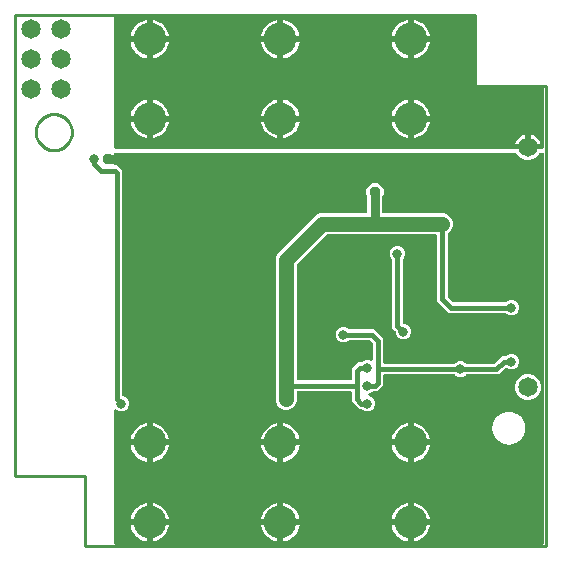
<source format=gbr>
G04 EAGLE Gerber RS-274X export*
G75*
%MOMM*%
%FSLAX34Y34*%
%LPD*%
%INBottom Copper*%
%IPPOS*%
%AMOC8*
5,1,8,0,0,1.08239X$1,22.5*%
G01*
%ADD10C,1.650000*%
%ADD11C,2.775000*%
%ADD12C,0.806400*%
%ADD13C,0.956400*%
%ADD14C,0.762000*%
%ADD15C,0.381000*%
%ADD16C,1.270000*%
%ADD17C,0.254000*%

G36*
X447158Y1286D02*
X447158Y1286D01*
X447277Y1293D01*
X447315Y1306D01*
X447356Y1311D01*
X447466Y1354D01*
X447579Y1391D01*
X447614Y1413D01*
X447651Y1428D01*
X447747Y1498D01*
X447848Y1561D01*
X447876Y1591D01*
X447909Y1614D01*
X447985Y1706D01*
X448066Y1793D01*
X448086Y1828D01*
X448111Y1859D01*
X448162Y1967D01*
X448220Y2071D01*
X448230Y2111D01*
X448247Y2147D01*
X448269Y2264D01*
X448299Y2379D01*
X448303Y2440D01*
X448307Y2460D01*
X448305Y2480D01*
X448309Y2540D01*
X448309Y331470D01*
X448294Y331588D01*
X448287Y331707D01*
X448274Y331745D01*
X448269Y331786D01*
X448226Y331896D01*
X448189Y332009D01*
X448167Y332044D01*
X448152Y332081D01*
X448083Y332177D01*
X448019Y332278D01*
X447989Y332306D01*
X447966Y332339D01*
X447874Y332415D01*
X447787Y332496D01*
X447752Y332516D01*
X447721Y332541D01*
X447613Y332592D01*
X447509Y332650D01*
X447469Y332660D01*
X447433Y332677D01*
X447316Y332699D01*
X447201Y332729D01*
X447141Y332733D01*
X447121Y332737D01*
X447100Y332735D01*
X447040Y332739D01*
X444763Y332739D01*
X444734Y332736D01*
X444705Y332738D01*
X444577Y332716D01*
X444448Y332699D01*
X444420Y332689D01*
X444391Y332683D01*
X444273Y332630D01*
X444152Y332582D01*
X444128Y332565D01*
X444101Y332553D01*
X444000Y332472D01*
X443895Y332396D01*
X443876Y332373D01*
X443853Y332354D01*
X443775Y332250D01*
X443692Y332151D01*
X443679Y332124D01*
X443662Y332100D01*
X443591Y331956D01*
X443488Y331708D01*
X440452Y328672D01*
X436486Y327029D01*
X432194Y327029D01*
X428228Y328672D01*
X425192Y331708D01*
X425089Y331956D01*
X425075Y331981D01*
X425066Y332009D01*
X424996Y332119D01*
X424932Y332232D01*
X424911Y332253D01*
X424895Y332278D01*
X424801Y332367D01*
X424710Y332460D01*
X424685Y332476D01*
X424664Y332496D01*
X424550Y332559D01*
X424439Y332627D01*
X424411Y332635D01*
X424385Y332650D01*
X424260Y332682D01*
X424135Y332720D01*
X424106Y332722D01*
X424077Y332729D01*
X423917Y332739D01*
X85090Y332739D01*
X84972Y332724D01*
X84853Y332717D01*
X84815Y332704D01*
X84774Y332699D01*
X84664Y332656D01*
X84551Y332619D01*
X84516Y332597D01*
X84479Y332582D01*
X84383Y332513D01*
X84282Y332449D01*
X84254Y332419D01*
X84221Y332396D01*
X84146Y332304D01*
X84064Y332217D01*
X84044Y332182D01*
X84019Y332151D01*
X83968Y332043D01*
X83910Y331939D01*
X83900Y331899D01*
X83883Y331863D01*
X83861Y331746D01*
X83831Y331631D01*
X83827Y331571D01*
X83823Y331551D01*
X83825Y331530D01*
X83821Y331470D01*
X83821Y323628D01*
X83836Y323510D01*
X83843Y323391D01*
X83856Y323353D01*
X83861Y323312D01*
X83904Y323202D01*
X83941Y323089D01*
X83963Y323054D01*
X83978Y323017D01*
X84048Y322921D01*
X84111Y322820D01*
X84141Y322792D01*
X84164Y322759D01*
X84256Y322683D01*
X84343Y322602D01*
X84378Y322582D01*
X84409Y322557D01*
X84517Y322506D01*
X84621Y322448D01*
X84661Y322438D01*
X84697Y322421D01*
X84814Y322399D01*
X84929Y322369D01*
X84990Y322365D01*
X85010Y322361D01*
X85030Y322363D01*
X85090Y322359D01*
X86518Y322359D01*
X90806Y318071D01*
X90806Y128349D01*
X90809Y128320D01*
X90807Y128290D01*
X90829Y128162D01*
X90846Y128033D01*
X90856Y128006D01*
X90861Y127977D01*
X90915Y127858D01*
X90963Y127738D01*
X90980Y127714D01*
X90992Y127687D01*
X91073Y127586D01*
X91149Y127480D01*
X91172Y127462D01*
X91191Y127439D01*
X91294Y127360D01*
X91394Y127278D01*
X91421Y127265D01*
X91445Y127247D01*
X91589Y127176D01*
X93893Y126222D01*
X95742Y124373D01*
X96743Y121957D01*
X96743Y119343D01*
X95742Y116927D01*
X93893Y115078D01*
X91477Y114077D01*
X88863Y114077D01*
X86447Y115078D01*
X85988Y115537D01*
X85878Y115622D01*
X85771Y115711D01*
X85752Y115720D01*
X85736Y115732D01*
X85608Y115788D01*
X85483Y115847D01*
X85463Y115850D01*
X85444Y115859D01*
X85306Y115880D01*
X85171Y115906D01*
X85150Y115905D01*
X85130Y115908D01*
X84991Y115895D01*
X84853Y115887D01*
X84834Y115880D01*
X84814Y115879D01*
X84683Y115832D01*
X84551Y115789D01*
X84533Y115778D01*
X84514Y115771D01*
X84400Y115693D01*
X84282Y115619D01*
X84268Y115604D01*
X84251Y115592D01*
X84159Y115488D01*
X84064Y115387D01*
X84054Y115369D01*
X84041Y115354D01*
X83978Y115230D01*
X83910Y115108D01*
X83905Y115089D01*
X83896Y115071D01*
X83866Y114935D01*
X83831Y114800D01*
X83829Y114772D01*
X83827Y114760D01*
X83827Y114740D01*
X83821Y114640D01*
X83821Y2540D01*
X83836Y2422D01*
X83843Y2303D01*
X83856Y2265D01*
X83861Y2224D01*
X83904Y2114D01*
X83941Y2001D01*
X83963Y1966D01*
X83978Y1929D01*
X84048Y1833D01*
X84111Y1732D01*
X84141Y1704D01*
X84164Y1671D01*
X84256Y1596D01*
X84343Y1514D01*
X84378Y1494D01*
X84409Y1469D01*
X84517Y1418D01*
X84621Y1360D01*
X84661Y1350D01*
X84697Y1333D01*
X84814Y1311D01*
X84929Y1281D01*
X84990Y1277D01*
X85010Y1273D01*
X85030Y1275D01*
X85090Y1271D01*
X447040Y1271D01*
X447158Y1286D01*
G37*
G36*
X433188Y336566D02*
X433188Y336566D01*
X433307Y336573D01*
X433345Y336586D01*
X433385Y336591D01*
X433496Y336634D01*
X433609Y336671D01*
X433643Y336693D01*
X433681Y336708D01*
X433777Y336778D01*
X433878Y336841D01*
X433906Y336871D01*
X433938Y336894D01*
X434014Y336986D01*
X434096Y337073D01*
X434115Y337108D01*
X434141Y337139D01*
X434192Y337247D01*
X434249Y337351D01*
X434260Y337391D01*
X434277Y337427D01*
X434299Y337544D01*
X434329Y337659D01*
X434333Y337720D01*
X434337Y337740D01*
X434335Y337760D01*
X434339Y337820D01*
X434339Y337821D01*
X434341Y337821D01*
X434341Y337820D01*
X434356Y337702D01*
X434363Y337583D01*
X434376Y337545D01*
X434381Y337504D01*
X434425Y337394D01*
X434461Y337281D01*
X434483Y337246D01*
X434498Y337209D01*
X434568Y337113D01*
X434631Y337012D01*
X434661Y336984D01*
X434685Y336951D01*
X434776Y336876D01*
X434863Y336794D01*
X434898Y336774D01*
X434930Y336749D01*
X435037Y336698D01*
X435142Y336640D01*
X435181Y336630D01*
X435217Y336613D01*
X435334Y336591D01*
X435449Y336561D01*
X435510Y336557D01*
X435530Y336553D01*
X435550Y336555D01*
X435610Y336551D01*
X447040Y336551D01*
X447158Y336566D01*
X447277Y336573D01*
X447315Y336586D01*
X447356Y336591D01*
X447466Y336634D01*
X447579Y336671D01*
X447614Y336693D01*
X447651Y336708D01*
X447747Y336778D01*
X447848Y336841D01*
X447876Y336871D01*
X447909Y336894D01*
X447985Y336986D01*
X448066Y337073D01*
X448086Y337108D01*
X448111Y337139D01*
X448162Y337247D01*
X448220Y337351D01*
X448230Y337391D01*
X448247Y337427D01*
X448269Y337544D01*
X448299Y337659D01*
X448303Y337720D01*
X448307Y337740D01*
X448305Y337760D01*
X448309Y337820D01*
X448309Y387350D01*
X448294Y387468D01*
X448287Y387587D01*
X448274Y387625D01*
X448269Y387666D01*
X448226Y387776D01*
X448189Y387889D01*
X448167Y387924D01*
X448152Y387961D01*
X448083Y388057D01*
X448019Y388158D01*
X447989Y388186D01*
X447966Y388219D01*
X447874Y388295D01*
X447787Y388376D01*
X447752Y388396D01*
X447721Y388421D01*
X447613Y388472D01*
X447509Y388530D01*
X447469Y388540D01*
X447433Y388557D01*
X447316Y388579D01*
X447201Y388609D01*
X447141Y388613D01*
X447121Y388617D01*
X447100Y388615D01*
X447040Y388619D01*
X388619Y388619D01*
X388619Y447040D01*
X388604Y447158D01*
X388597Y447277D01*
X388584Y447315D01*
X388579Y447356D01*
X388536Y447466D01*
X388499Y447579D01*
X388477Y447614D01*
X388462Y447651D01*
X388393Y447747D01*
X388329Y447848D01*
X388299Y447876D01*
X388276Y447909D01*
X388184Y447985D01*
X388097Y448066D01*
X388062Y448086D01*
X388031Y448111D01*
X387923Y448162D01*
X387819Y448220D01*
X387779Y448230D01*
X387743Y448247D01*
X387626Y448269D01*
X387511Y448299D01*
X387451Y448303D01*
X387431Y448307D01*
X387410Y448305D01*
X387350Y448309D01*
X85090Y448309D01*
X84972Y448294D01*
X84853Y448287D01*
X84815Y448274D01*
X84774Y448269D01*
X84664Y448226D01*
X84551Y448189D01*
X84516Y448167D01*
X84479Y448152D01*
X84383Y448083D01*
X84282Y448019D01*
X84254Y447989D01*
X84221Y447966D01*
X84146Y447874D01*
X84064Y447787D01*
X84044Y447752D01*
X84019Y447721D01*
X83968Y447613D01*
X83910Y447509D01*
X83900Y447469D01*
X83883Y447433D01*
X83861Y447316D01*
X83831Y447201D01*
X83827Y447141D01*
X83823Y447121D01*
X83825Y447100D01*
X83821Y447040D01*
X83821Y337820D01*
X83836Y337702D01*
X83843Y337583D01*
X83856Y337545D01*
X83861Y337504D01*
X83904Y337394D01*
X83941Y337281D01*
X83963Y337246D01*
X83978Y337209D01*
X84048Y337113D01*
X84111Y337012D01*
X84141Y336984D01*
X84164Y336951D01*
X84256Y336876D01*
X84343Y336794D01*
X84378Y336774D01*
X84409Y336749D01*
X84517Y336698D01*
X84621Y336640D01*
X84661Y336630D01*
X84697Y336613D01*
X84814Y336591D01*
X84929Y336561D01*
X84990Y336557D01*
X85010Y336553D01*
X85030Y336555D01*
X85090Y336551D01*
X433070Y336551D01*
X433188Y336566D01*
G37*
%LPC*%
G36*
X297143Y114077D02*
X297143Y114077D01*
X294727Y115078D01*
X293972Y115833D01*
X293894Y115893D01*
X293822Y115961D01*
X293769Y115990D01*
X293721Y116027D01*
X293630Y116067D01*
X293543Y116115D01*
X293485Y116130D01*
X293429Y116154D01*
X293331Y116169D01*
X293235Y116194D01*
X293135Y116200D01*
X293115Y116204D01*
X293103Y116202D01*
X293075Y116204D01*
X291529Y116204D01*
X285114Y122619D01*
X285114Y130175D01*
X285099Y130293D01*
X285092Y130412D01*
X285079Y130450D01*
X285074Y130491D01*
X285031Y130601D01*
X284994Y130714D01*
X284972Y130749D01*
X284957Y130786D01*
X284888Y130882D01*
X284824Y130983D01*
X284794Y131011D01*
X284771Y131044D01*
X284679Y131120D01*
X284592Y131201D01*
X284557Y131221D01*
X284526Y131246D01*
X284418Y131297D01*
X284314Y131355D01*
X284274Y131365D01*
X284238Y131382D01*
X284121Y131404D01*
X284006Y131434D01*
X283946Y131438D01*
X283926Y131442D01*
X283905Y131440D01*
X283845Y131444D01*
X240030Y131444D01*
X239912Y131429D01*
X239793Y131422D01*
X239755Y131409D01*
X239714Y131404D01*
X239604Y131361D01*
X239491Y131324D01*
X239456Y131302D01*
X239419Y131287D01*
X239323Y131218D01*
X239222Y131154D01*
X239194Y131124D01*
X239161Y131101D01*
X239085Y131009D01*
X239004Y130922D01*
X238984Y130887D01*
X238959Y130856D01*
X238908Y130748D01*
X238850Y130644D01*
X238840Y130604D01*
X238823Y130568D01*
X238801Y130451D01*
X238771Y130336D01*
X238767Y130276D01*
X238763Y130256D01*
X238765Y130235D01*
X238761Y130175D01*
X238761Y122691D01*
X237407Y119424D01*
X234906Y116923D01*
X231639Y115569D01*
X228101Y115569D01*
X224834Y116923D01*
X222333Y119424D01*
X220979Y122691D01*
X220979Y244339D01*
X222333Y247606D01*
X255016Y280289D01*
X258283Y281643D01*
X297180Y281643D01*
X297298Y281658D01*
X297417Y281665D01*
X297455Y281678D01*
X297496Y281683D01*
X297606Y281726D01*
X297719Y281763D01*
X297754Y281785D01*
X297791Y281800D01*
X297887Y281869D01*
X297988Y281933D01*
X298016Y281963D01*
X298049Y281986D01*
X298125Y282078D01*
X298206Y282165D01*
X298226Y282200D01*
X298251Y282231D01*
X298302Y282339D01*
X298360Y282443D01*
X298370Y282483D01*
X298387Y282519D01*
X298409Y282636D01*
X298439Y282751D01*
X298443Y282811D01*
X298447Y282831D01*
X298445Y282852D01*
X298449Y282912D01*
X298449Y295664D01*
X298448Y295674D01*
X298449Y295683D01*
X298428Y295832D01*
X298409Y295980D01*
X298406Y295989D01*
X298405Y295998D01*
X298353Y296150D01*
X297477Y298263D01*
X297477Y301177D01*
X298592Y303868D01*
X300652Y305928D01*
X303343Y307043D01*
X306257Y307043D01*
X308948Y305928D01*
X311008Y303868D01*
X312123Y301177D01*
X312123Y298263D01*
X311247Y296150D01*
X311245Y296141D01*
X311240Y296133D01*
X311203Y295988D01*
X311163Y295843D01*
X311163Y295834D01*
X311161Y295825D01*
X311151Y295664D01*
X311151Y282912D01*
X311166Y282794D01*
X311173Y282675D01*
X311186Y282637D01*
X311191Y282596D01*
X311234Y282486D01*
X311271Y282373D01*
X311293Y282338D01*
X311308Y282301D01*
X311377Y282205D01*
X311441Y282104D01*
X311471Y282076D01*
X311494Y282043D01*
X311586Y281967D01*
X311673Y281886D01*
X311708Y281866D01*
X311739Y281841D01*
X311847Y281790D01*
X311951Y281732D01*
X311991Y281722D01*
X312027Y281705D01*
X312144Y281683D01*
X312259Y281653D01*
X312319Y281649D01*
X312339Y281645D01*
X312360Y281647D01*
X312420Y281643D01*
X359210Y281643D01*
X359219Y281644D01*
X359228Y281643D01*
X359377Y281664D01*
X359525Y281683D01*
X359534Y281686D01*
X359543Y281687D01*
X359695Y281739D01*
X360181Y281941D01*
X363719Y281941D01*
X366986Y280587D01*
X369487Y278086D01*
X370841Y274819D01*
X370841Y271281D01*
X369487Y268014D01*
X366767Y265294D01*
X366707Y265216D01*
X366639Y265144D01*
X366610Y265091D01*
X366573Y265043D01*
X366533Y264952D01*
X366485Y264865D01*
X366470Y264807D01*
X366446Y264751D01*
X366431Y264653D01*
X366406Y264557D01*
X366400Y264457D01*
X366396Y264437D01*
X366398Y264425D01*
X366396Y264397D01*
X366396Y211917D01*
X366408Y211819D01*
X366411Y211720D01*
X366428Y211662D01*
X366436Y211602D01*
X366472Y211510D01*
X366500Y211415D01*
X366530Y211362D01*
X366553Y211306D01*
X366611Y211226D01*
X366661Y211141D01*
X366727Y211065D01*
X366739Y211049D01*
X366749Y211041D01*
X366767Y211020D01*
X371040Y206747D01*
X371118Y206687D01*
X371190Y206619D01*
X371243Y206590D01*
X371291Y206553D01*
X371382Y206513D01*
X371469Y206465D01*
X371527Y206450D01*
X371583Y206426D01*
X371681Y206411D01*
X371777Y206386D01*
X371877Y206380D01*
X371897Y206376D01*
X371909Y206378D01*
X371937Y206376D01*
X414995Y206376D01*
X415093Y206388D01*
X415192Y206391D01*
X415250Y206408D01*
X415310Y206416D01*
X415402Y206452D01*
X415497Y206480D01*
X415550Y206510D01*
X415606Y206533D01*
X415686Y206591D01*
X415771Y206641D01*
X415847Y206707D01*
X415863Y206719D01*
X415871Y206729D01*
X415892Y206747D01*
X416647Y207502D01*
X419063Y208503D01*
X421677Y208503D01*
X424093Y207502D01*
X425942Y205653D01*
X426943Y203237D01*
X426943Y200623D01*
X425942Y198207D01*
X424093Y196358D01*
X421677Y195357D01*
X419063Y195357D01*
X416647Y196358D01*
X415892Y197113D01*
X415814Y197173D01*
X415742Y197241D01*
X415689Y197270D01*
X415641Y197307D01*
X415550Y197347D01*
X415463Y197395D01*
X415405Y197410D01*
X415349Y197434D01*
X415251Y197449D01*
X415155Y197474D01*
X415055Y197480D01*
X415035Y197484D01*
X415023Y197482D01*
X414995Y197484D01*
X367729Y197484D01*
X357504Y207709D01*
X357504Y262592D01*
X357489Y262710D01*
X357482Y262829D01*
X357469Y262867D01*
X357464Y262908D01*
X357421Y263018D01*
X357384Y263131D01*
X357362Y263166D01*
X357347Y263203D01*
X357278Y263299D01*
X357214Y263400D01*
X357184Y263428D01*
X357161Y263461D01*
X357069Y263537D01*
X356982Y263618D01*
X356947Y263638D01*
X356916Y263663D01*
X356808Y263714D01*
X356704Y263772D01*
X356664Y263782D01*
X356628Y263799D01*
X356511Y263821D01*
X356396Y263851D01*
X356336Y263855D01*
X356316Y263859D01*
X356295Y263857D01*
X356235Y263861D01*
X264260Y263861D01*
X264162Y263849D01*
X264063Y263846D01*
X264005Y263829D01*
X263945Y263821D01*
X263853Y263785D01*
X263758Y263757D01*
X263706Y263727D01*
X263649Y263704D01*
X263569Y263646D01*
X263484Y263596D01*
X263408Y263530D01*
X263392Y263518D01*
X263384Y263508D01*
X263363Y263490D01*
X239132Y239259D01*
X239072Y239181D01*
X239004Y239109D01*
X238975Y239056D01*
X238938Y239008D01*
X238898Y238917D01*
X238850Y238830D01*
X238835Y238772D01*
X238811Y238716D01*
X238796Y238618D01*
X238771Y238522D01*
X238765Y238422D01*
X238761Y238402D01*
X238763Y238390D01*
X238761Y238362D01*
X238761Y141605D01*
X238776Y141487D01*
X238783Y141368D01*
X238796Y141330D01*
X238801Y141289D01*
X238844Y141179D01*
X238881Y141066D01*
X238903Y141031D01*
X238918Y140994D01*
X238987Y140898D01*
X239051Y140797D01*
X239081Y140769D01*
X239104Y140736D01*
X239196Y140660D01*
X239283Y140579D01*
X239318Y140559D01*
X239349Y140534D01*
X239457Y140483D01*
X239561Y140425D01*
X239601Y140415D01*
X239637Y140398D01*
X239754Y140376D01*
X239869Y140346D01*
X239929Y140342D01*
X239949Y140338D01*
X239970Y140340D01*
X240030Y140336D01*
X283845Y140336D01*
X283963Y140351D01*
X284082Y140358D01*
X284120Y140371D01*
X284161Y140376D01*
X284271Y140419D01*
X284384Y140456D01*
X284419Y140478D01*
X284456Y140493D01*
X284552Y140562D01*
X284653Y140626D01*
X284681Y140656D01*
X284714Y140679D01*
X284790Y140771D01*
X284871Y140858D01*
X284891Y140893D01*
X284916Y140924D01*
X284967Y141032D01*
X285025Y141136D01*
X285035Y141176D01*
X285052Y141212D01*
X285074Y141329D01*
X285104Y141444D01*
X285108Y141504D01*
X285112Y141524D01*
X285110Y141545D01*
X285114Y141605D01*
X285114Y150431D01*
X290259Y155576D01*
X293075Y155576D01*
X293173Y155588D01*
X293272Y155591D01*
X293330Y155608D01*
X293390Y155616D01*
X293482Y155652D01*
X293577Y155680D01*
X293630Y155710D01*
X293686Y155733D01*
X293766Y155791D01*
X293851Y155841D01*
X293927Y155907D01*
X293943Y155919D01*
X293951Y155929D01*
X293972Y155947D01*
X294727Y156702D01*
X297143Y157703D01*
X299757Y157703D01*
X301139Y157130D01*
X301187Y157117D01*
X301232Y157096D01*
X301340Y157075D01*
X301446Y157046D01*
X301496Y157046D01*
X301545Y157036D01*
X301654Y157043D01*
X301764Y157041D01*
X301812Y157053D01*
X301862Y157056D01*
X301966Y157090D01*
X302073Y157115D01*
X302117Y157139D01*
X302164Y157154D01*
X302257Y157213D01*
X302354Y157264D01*
X302391Y157298D01*
X302433Y157324D01*
X302508Y157404D01*
X302590Y157478D01*
X302617Y157520D01*
X302651Y157556D01*
X302704Y157652D01*
X302764Y157744D01*
X302781Y157791D01*
X302805Y157834D01*
X302832Y157941D01*
X302868Y158045D01*
X302872Y158094D01*
X302884Y158142D01*
X302894Y158303D01*
X302894Y171623D01*
X302882Y171721D01*
X302879Y171820D01*
X302862Y171878D01*
X302854Y171938D01*
X302818Y172030D01*
X302790Y172125D01*
X302760Y172178D01*
X302737Y172234D01*
X302679Y172314D01*
X302629Y172399D01*
X302563Y172475D01*
X302551Y172491D01*
X302541Y172499D01*
X302523Y172520D01*
X300790Y174253D01*
X300712Y174313D01*
X300640Y174381D01*
X300587Y174410D01*
X300539Y174447D01*
X300448Y174487D01*
X300361Y174535D01*
X300303Y174550D01*
X300247Y174574D01*
X300149Y174589D01*
X300053Y174614D01*
X299953Y174620D01*
X299933Y174624D01*
X299921Y174622D01*
X299893Y174624D01*
X283505Y174624D01*
X283407Y174612D01*
X283308Y174609D01*
X283250Y174592D01*
X283190Y174584D01*
X283098Y174548D01*
X283003Y174520D01*
X282950Y174490D01*
X282894Y174467D01*
X282814Y174409D01*
X282729Y174359D01*
X282653Y174293D01*
X282637Y174281D01*
X282629Y174271D01*
X282608Y174253D01*
X281853Y173498D01*
X279437Y172497D01*
X276823Y172497D01*
X274407Y173498D01*
X272558Y175347D01*
X271557Y177763D01*
X271557Y180377D01*
X272558Y182793D01*
X274407Y184642D01*
X276823Y185643D01*
X279437Y185643D01*
X281853Y184642D01*
X282608Y183887D01*
X282686Y183827D01*
X282758Y183759D01*
X282811Y183730D01*
X282859Y183693D01*
X282950Y183653D01*
X283037Y183605D01*
X283095Y183590D01*
X283151Y183566D01*
X283249Y183551D01*
X283345Y183526D01*
X283445Y183520D01*
X283465Y183516D01*
X283477Y183518D01*
X283505Y183516D01*
X304101Y183516D01*
X311786Y175831D01*
X311786Y155575D01*
X311801Y155457D01*
X311808Y155338D01*
X311821Y155300D01*
X311826Y155259D01*
X311869Y155149D01*
X311906Y155036D01*
X311928Y155001D01*
X311943Y154964D01*
X312012Y154868D01*
X312076Y154767D01*
X312106Y154739D01*
X312129Y154706D01*
X312221Y154630D01*
X312308Y154549D01*
X312343Y154529D01*
X312374Y154504D01*
X312482Y154453D01*
X312586Y154395D01*
X312626Y154385D01*
X312662Y154368D01*
X312779Y154346D01*
X312894Y154316D01*
X312954Y154312D01*
X312974Y154308D01*
X312995Y154310D01*
X313055Y154306D01*
X371815Y154306D01*
X371913Y154318D01*
X372012Y154321D01*
X372070Y154338D01*
X372130Y154346D01*
X372222Y154382D01*
X372318Y154410D01*
X372370Y154440D01*
X372426Y154463D01*
X372506Y154521D01*
X372591Y154571D01*
X372667Y154637D01*
X372683Y154649D01*
X372691Y154659D01*
X372712Y154678D01*
X373467Y155432D01*
X375883Y156433D01*
X378497Y156433D01*
X380913Y155432D01*
X381668Y154678D01*
X381746Y154617D01*
X381818Y154549D01*
X381871Y154520D01*
X381919Y154483D01*
X382010Y154443D01*
X382097Y154395D01*
X382155Y154380D01*
X382211Y154356D01*
X382309Y154341D01*
X382405Y154316D01*
X382505Y154310D01*
X382525Y154306D01*
X382537Y154308D01*
X382565Y154306D01*
X405303Y154306D01*
X405401Y154318D01*
X405500Y154321D01*
X405558Y154338D01*
X405618Y154346D01*
X405710Y154382D01*
X405805Y154410D01*
X405858Y154440D01*
X405914Y154463D01*
X405994Y154521D01*
X406079Y154571D01*
X406155Y154637D01*
X406171Y154649D01*
X406179Y154659D01*
X406200Y154677D01*
X412179Y160656D01*
X414995Y160656D01*
X415093Y160668D01*
X415192Y160671D01*
X415250Y160688D01*
X415310Y160696D01*
X415402Y160732D01*
X415497Y160760D01*
X415550Y160790D01*
X415606Y160813D01*
X415686Y160871D01*
X415771Y160921D01*
X415847Y160987D01*
X415863Y160999D01*
X415871Y161009D01*
X415892Y161027D01*
X416647Y161782D01*
X419063Y162783D01*
X421677Y162783D01*
X424093Y161782D01*
X425942Y159933D01*
X426943Y157517D01*
X426943Y154903D01*
X425942Y152487D01*
X424093Y150638D01*
X421677Y149637D01*
X419063Y149637D01*
X416647Y150638D01*
X416589Y150696D01*
X416501Y150764D01*
X416464Y150799D01*
X416455Y150804D01*
X416405Y150848D01*
X416369Y150866D01*
X416337Y150891D01*
X416228Y150938D01*
X416122Y150993D01*
X416083Y151001D01*
X416045Y151018D01*
X415928Y151036D01*
X415812Y151062D01*
X415771Y151061D01*
X415731Y151067D01*
X415613Y151056D01*
X415494Y151053D01*
X415455Y151041D01*
X415415Y151038D01*
X415303Y150997D01*
X415188Y150964D01*
X415154Y150944D01*
X415115Y150930D01*
X415017Y150863D01*
X414914Y150803D01*
X414869Y150763D01*
X414852Y150751D01*
X414839Y150736D01*
X414793Y150696D01*
X409511Y145414D01*
X382565Y145414D01*
X382467Y145402D01*
X382368Y145399D01*
X382310Y145382D01*
X382250Y145374D01*
X382158Y145338D01*
X382062Y145310D01*
X382010Y145280D01*
X381954Y145257D01*
X381874Y145199D01*
X381789Y145149D01*
X381713Y145083D01*
X381697Y145071D01*
X381689Y145061D01*
X381668Y145042D01*
X380913Y144288D01*
X378497Y143287D01*
X375883Y143287D01*
X373467Y144288D01*
X372712Y145042D01*
X372634Y145103D01*
X372562Y145171D01*
X372509Y145200D01*
X372461Y145237D01*
X372370Y145277D01*
X372283Y145325D01*
X372225Y145340D01*
X372169Y145364D01*
X372071Y145379D01*
X371975Y145404D01*
X371875Y145410D01*
X371855Y145414D01*
X371843Y145412D01*
X371815Y145414D01*
X313055Y145414D01*
X312937Y145399D01*
X312818Y145392D01*
X312780Y145379D01*
X312739Y145374D01*
X312629Y145331D01*
X312516Y145294D01*
X312481Y145272D01*
X312444Y145257D01*
X312348Y145188D01*
X312247Y145124D01*
X312219Y145094D01*
X312186Y145071D01*
X312110Y144979D01*
X312029Y144892D01*
X312009Y144857D01*
X311984Y144826D01*
X311933Y144718D01*
X311875Y144614D01*
X311865Y144574D01*
X311848Y144538D01*
X311826Y144421D01*
X311796Y144306D01*
X311792Y144246D01*
X311788Y144226D01*
X311790Y144205D01*
X311786Y144145D01*
X311786Y136589D01*
X306641Y131444D01*
X303825Y131444D01*
X303727Y131432D01*
X303628Y131429D01*
X303570Y131412D01*
X303510Y131404D01*
X303418Y131368D01*
X303323Y131340D01*
X303270Y131310D01*
X303214Y131287D01*
X303134Y131229D01*
X303049Y131179D01*
X302973Y131113D01*
X302957Y131101D01*
X302949Y131091D01*
X302928Y131073D01*
X302173Y130318D01*
X300060Y129443D01*
X299940Y129374D01*
X299816Y129309D01*
X299801Y129295D01*
X299784Y129285D01*
X299684Y129188D01*
X299581Y129095D01*
X299570Y129078D01*
X299555Y129064D01*
X299483Y128946D01*
X299406Y128829D01*
X299400Y128810D01*
X299389Y128793D01*
X299348Y128660D01*
X299303Y128528D01*
X299301Y128508D01*
X299296Y128489D01*
X299289Y128350D01*
X299278Y128211D01*
X299281Y128191D01*
X299280Y128171D01*
X299308Y128035D01*
X299332Y127898D01*
X299341Y127879D01*
X299345Y127860D01*
X299406Y127735D01*
X299463Y127608D01*
X299475Y127592D01*
X299484Y127574D01*
X299575Y127468D01*
X299661Y127360D01*
X299678Y127347D01*
X299691Y127332D01*
X299805Y127252D01*
X299916Y127168D01*
X299941Y127156D01*
X299951Y127149D01*
X299970Y127142D01*
X300060Y127097D01*
X302173Y126222D01*
X304022Y124373D01*
X305023Y121957D01*
X305023Y119343D01*
X304022Y116927D01*
X302173Y115078D01*
X299757Y114077D01*
X297143Y114077D01*
G37*
%LPD*%
%LPC*%
G36*
X327623Y175037D02*
X327623Y175037D01*
X325207Y176038D01*
X323358Y177887D01*
X322357Y180303D01*
X322357Y181370D01*
X322345Y181468D01*
X322342Y181567D01*
X322325Y181625D01*
X322317Y181685D01*
X322281Y181777D01*
X322253Y181872D01*
X322223Y181925D01*
X322200Y181981D01*
X322142Y182061D01*
X322092Y182146D01*
X322026Y182222D01*
X322014Y182238D01*
X322004Y182246D01*
X321986Y182267D01*
X319404Y184849D01*
X319404Y242275D01*
X319392Y242373D01*
X319389Y242472D01*
X319372Y242530D01*
X319364Y242590D01*
X319328Y242682D01*
X319300Y242778D01*
X319270Y242830D01*
X319247Y242886D01*
X319189Y242966D01*
X319139Y243051D01*
X319073Y243127D01*
X319061Y243143D01*
X319051Y243151D01*
X319032Y243172D01*
X318278Y243927D01*
X317277Y246343D01*
X317277Y248957D01*
X318278Y251373D01*
X320127Y253222D01*
X322543Y254223D01*
X325157Y254223D01*
X327573Y253222D01*
X329422Y251373D01*
X330423Y248957D01*
X330423Y246343D01*
X329422Y243927D01*
X328668Y243172D01*
X328607Y243094D01*
X328539Y243022D01*
X328510Y242969D01*
X328473Y242921D01*
X328433Y242830D01*
X328385Y242743D01*
X328370Y242685D01*
X328346Y242629D01*
X328331Y242531D01*
X328306Y242435D01*
X328300Y242335D01*
X328296Y242315D01*
X328298Y242303D01*
X328296Y242275D01*
X328296Y189452D01*
X328311Y189334D01*
X328318Y189215D01*
X328331Y189177D01*
X328336Y189136D01*
X328379Y189026D01*
X328416Y188913D01*
X328438Y188878D01*
X328453Y188841D01*
X328522Y188745D01*
X328586Y188644D01*
X328616Y188616D01*
X328639Y188583D01*
X328731Y188507D01*
X328818Y188426D01*
X328853Y188406D01*
X328884Y188381D01*
X328992Y188330D01*
X329096Y188272D01*
X329136Y188262D01*
X329172Y188245D01*
X329289Y188223D01*
X329404Y188193D01*
X329464Y188189D01*
X329484Y188185D01*
X329505Y188187D01*
X329565Y188183D01*
X330237Y188183D01*
X332653Y187182D01*
X334502Y185333D01*
X335503Y182917D01*
X335503Y180303D01*
X334502Y177887D01*
X332653Y176038D01*
X330237Y175037D01*
X327623Y175037D01*
G37*
%LPD*%
%LPC*%
G36*
X414798Y85089D02*
X414798Y85089D01*
X409197Y87410D01*
X404910Y91697D01*
X402589Y97298D01*
X402589Y103362D01*
X404910Y108963D01*
X409197Y113250D01*
X414798Y115571D01*
X420862Y115571D01*
X426463Y113250D01*
X430750Y108963D01*
X433071Y103362D01*
X433071Y97298D01*
X430750Y91697D01*
X426463Y87410D01*
X420862Y85089D01*
X414798Y85089D01*
G37*
%LPD*%
%LPC*%
G36*
X432194Y123829D02*
X432194Y123829D01*
X428228Y125472D01*
X425192Y128508D01*
X423549Y132474D01*
X423549Y136766D01*
X425192Y140732D01*
X428228Y143768D01*
X432194Y145411D01*
X436486Y145411D01*
X440452Y143768D01*
X443488Y140732D01*
X445131Y136766D01*
X445131Y132474D01*
X443488Y128508D01*
X440452Y125472D01*
X436486Y123829D01*
X432194Y123829D01*
G37*
%LPD*%
%LPC*%
G36*
X337819Y364329D02*
X337819Y364329D01*
X337819Y378013D01*
X338490Y377925D01*
X340568Y377368D01*
X342556Y376544D01*
X344420Y375469D01*
X346127Y374159D01*
X347649Y372637D01*
X348959Y370930D01*
X350034Y369066D01*
X350858Y367078D01*
X351415Y365000D01*
X351503Y364329D01*
X337819Y364329D01*
G37*
%LPD*%
%LPC*%
G36*
X227329Y431829D02*
X227329Y431829D01*
X227329Y445513D01*
X228000Y445425D01*
X230078Y444868D01*
X232066Y444044D01*
X233930Y442969D01*
X235637Y441659D01*
X237159Y440137D01*
X238469Y438430D01*
X239544Y436566D01*
X240368Y434578D01*
X240925Y432500D01*
X241013Y431829D01*
X227329Y431829D01*
G37*
%LPD*%
%LPC*%
G36*
X116839Y431829D02*
X116839Y431829D01*
X116839Y445513D01*
X117510Y445425D01*
X119588Y444868D01*
X121576Y444044D01*
X123440Y442969D01*
X125147Y441659D01*
X126669Y440137D01*
X127979Y438430D01*
X129054Y436566D01*
X129878Y434578D01*
X130435Y432500D01*
X130523Y431829D01*
X116839Y431829D01*
G37*
%LPD*%
%LPC*%
G36*
X337819Y431829D02*
X337819Y431829D01*
X337819Y445513D01*
X338490Y445425D01*
X340568Y444868D01*
X342556Y444044D01*
X344420Y442969D01*
X346127Y441659D01*
X347649Y440137D01*
X348959Y438430D01*
X350034Y436566D01*
X350858Y434578D01*
X351415Y432500D01*
X351503Y431829D01*
X337819Y431829D01*
G37*
%LPD*%
%LPC*%
G36*
X116839Y364329D02*
X116839Y364329D01*
X116839Y378013D01*
X117510Y377925D01*
X119588Y377368D01*
X121576Y376544D01*
X123440Y375469D01*
X125147Y374159D01*
X126669Y372637D01*
X127979Y370930D01*
X129054Y369066D01*
X129878Y367078D01*
X130435Y365000D01*
X130523Y364329D01*
X116839Y364329D01*
G37*
%LPD*%
%LPC*%
G36*
X227329Y364329D02*
X227329Y364329D01*
X227329Y378013D01*
X228000Y377925D01*
X230078Y377368D01*
X232066Y376544D01*
X233930Y375469D01*
X235637Y374159D01*
X237159Y372637D01*
X238469Y370930D01*
X239544Y369066D01*
X240368Y367078D01*
X240925Y365000D01*
X241013Y364329D01*
X227329Y364329D01*
G37*
%LPD*%
%LPC*%
G36*
X227329Y22829D02*
X227329Y22829D01*
X227329Y36513D01*
X228000Y36425D01*
X230078Y35868D01*
X232066Y35044D01*
X233930Y33969D01*
X235637Y32659D01*
X237159Y31137D01*
X238469Y29430D01*
X239544Y27566D01*
X240368Y25578D01*
X240925Y23500D01*
X241013Y22829D01*
X227329Y22829D01*
G37*
%LPD*%
%LPC*%
G36*
X227329Y90329D02*
X227329Y90329D01*
X227329Y104013D01*
X228000Y103925D01*
X230078Y103368D01*
X232066Y102544D01*
X233930Y101469D01*
X235637Y100159D01*
X237159Y98637D01*
X238469Y96930D01*
X239544Y95066D01*
X240368Y93078D01*
X240925Y91000D01*
X241013Y90329D01*
X227329Y90329D01*
G37*
%LPD*%
%LPC*%
G36*
X116839Y90329D02*
X116839Y90329D01*
X116839Y104013D01*
X117510Y103925D01*
X119588Y103368D01*
X121576Y102544D01*
X123440Y101469D01*
X125147Y100159D01*
X126669Y98637D01*
X127979Y96930D01*
X129054Y95066D01*
X129878Y93078D01*
X130435Y91000D01*
X130523Y90329D01*
X116839Y90329D01*
G37*
%LPD*%
%LPC*%
G36*
X337819Y22829D02*
X337819Y22829D01*
X337819Y36513D01*
X338490Y36425D01*
X340568Y35868D01*
X342556Y35044D01*
X344420Y33969D01*
X346127Y32659D01*
X347649Y31137D01*
X348959Y29430D01*
X350034Y27566D01*
X350858Y25578D01*
X351415Y23500D01*
X351503Y22829D01*
X337819Y22829D01*
G37*
%LPD*%
%LPC*%
G36*
X116839Y22829D02*
X116839Y22829D01*
X116839Y36513D01*
X117510Y36425D01*
X119588Y35868D01*
X121576Y35044D01*
X123440Y33969D01*
X125147Y32659D01*
X126669Y31137D01*
X127979Y29430D01*
X129054Y27566D01*
X129878Y25578D01*
X130435Y23500D01*
X130523Y22829D01*
X116839Y22829D01*
G37*
%LPD*%
%LPC*%
G36*
X337819Y90329D02*
X337819Y90329D01*
X337819Y104013D01*
X338490Y103925D01*
X340568Y103368D01*
X342556Y102544D01*
X344420Y101469D01*
X346127Y100159D01*
X347649Y98637D01*
X348959Y96930D01*
X350034Y95066D01*
X350858Y93078D01*
X351415Y91000D01*
X351503Y90329D01*
X337819Y90329D01*
G37*
%LPD*%
%LPC*%
G36*
X208567Y431829D02*
X208567Y431829D01*
X208655Y432499D01*
X209212Y434578D01*
X210036Y436566D01*
X211111Y438430D01*
X212421Y440137D01*
X213943Y441659D01*
X215650Y442969D01*
X217514Y444044D01*
X219502Y444868D01*
X221580Y445425D01*
X222251Y445513D01*
X222251Y431829D01*
X208567Y431829D01*
G37*
%LPD*%
%LPC*%
G36*
X319057Y431829D02*
X319057Y431829D01*
X319145Y432499D01*
X319702Y434578D01*
X320526Y436566D01*
X321601Y438430D01*
X322911Y440137D01*
X324433Y441659D01*
X326140Y442969D01*
X328004Y444044D01*
X329992Y444868D01*
X332070Y445425D01*
X332741Y445513D01*
X332741Y431829D01*
X319057Y431829D01*
G37*
%LPD*%
%LPC*%
G36*
X98077Y431829D02*
X98077Y431829D01*
X98165Y432499D01*
X98722Y434578D01*
X99546Y436566D01*
X100621Y438430D01*
X101931Y440137D01*
X103453Y441659D01*
X105160Y442969D01*
X107024Y444044D01*
X109012Y444868D01*
X111090Y445425D01*
X111761Y445513D01*
X111761Y431829D01*
X98077Y431829D01*
G37*
%LPD*%
%LPC*%
G36*
X319057Y22829D02*
X319057Y22829D01*
X319145Y23499D01*
X319702Y25578D01*
X320526Y27566D01*
X321601Y29430D01*
X322911Y31137D01*
X324433Y32659D01*
X326140Y33969D01*
X328004Y35044D01*
X329992Y35868D01*
X332070Y36425D01*
X332741Y36513D01*
X332741Y22829D01*
X319057Y22829D01*
G37*
%LPD*%
%LPC*%
G36*
X337819Y17751D02*
X337819Y17751D01*
X351503Y17751D01*
X351415Y17080D01*
X350858Y15002D01*
X350034Y13014D01*
X348959Y11150D01*
X347649Y9443D01*
X346127Y7921D01*
X344420Y6611D01*
X342556Y5536D01*
X340568Y4712D01*
X338489Y4155D01*
X337819Y4067D01*
X337819Y17751D01*
G37*
%LPD*%
%LPC*%
G36*
X227329Y17751D02*
X227329Y17751D01*
X241013Y17751D01*
X240925Y17080D01*
X240368Y15002D01*
X239544Y13014D01*
X238469Y11150D01*
X237159Y9443D01*
X235637Y7921D01*
X233930Y6611D01*
X232066Y5536D01*
X230078Y4712D01*
X227999Y4155D01*
X227329Y4067D01*
X227329Y17751D01*
G37*
%LPD*%
%LPC*%
G36*
X116839Y426751D02*
X116839Y426751D01*
X130523Y426751D01*
X130435Y426080D01*
X129878Y424002D01*
X129054Y422014D01*
X127979Y420150D01*
X126669Y418443D01*
X125147Y416921D01*
X123440Y415611D01*
X121576Y414536D01*
X119588Y413712D01*
X117509Y413155D01*
X116839Y413067D01*
X116839Y426751D01*
G37*
%LPD*%
%LPC*%
G36*
X227329Y426751D02*
X227329Y426751D01*
X241013Y426751D01*
X240925Y426080D01*
X240368Y424002D01*
X239544Y422014D01*
X238469Y420150D01*
X237159Y418443D01*
X235637Y416921D01*
X233930Y415611D01*
X232066Y414536D01*
X230078Y413712D01*
X227999Y413155D01*
X227329Y413067D01*
X227329Y426751D01*
G37*
%LPD*%
%LPC*%
G36*
X337819Y426751D02*
X337819Y426751D01*
X351503Y426751D01*
X351415Y426080D01*
X350858Y424002D01*
X350034Y422014D01*
X348959Y420150D01*
X347649Y418443D01*
X346127Y416921D01*
X344420Y415611D01*
X342556Y414536D01*
X340568Y413712D01*
X338489Y413155D01*
X337819Y413067D01*
X337819Y426751D01*
G37*
%LPD*%
%LPC*%
G36*
X116839Y17751D02*
X116839Y17751D01*
X130523Y17751D01*
X130435Y17080D01*
X129878Y15002D01*
X129054Y13014D01*
X127979Y11150D01*
X126669Y9443D01*
X125147Y7921D01*
X123440Y6611D01*
X121576Y5536D01*
X119588Y4712D01*
X117509Y4155D01*
X116839Y4067D01*
X116839Y17751D01*
G37*
%LPD*%
%LPC*%
G36*
X319057Y364329D02*
X319057Y364329D01*
X319145Y364999D01*
X319702Y367078D01*
X320526Y369066D01*
X321601Y370930D01*
X322911Y372637D01*
X324433Y374159D01*
X326140Y375469D01*
X328004Y376544D01*
X329992Y377368D01*
X332070Y377925D01*
X332741Y378013D01*
X332741Y364329D01*
X319057Y364329D01*
G37*
%LPD*%
%LPC*%
G36*
X98077Y364329D02*
X98077Y364329D01*
X98165Y364999D01*
X98722Y367078D01*
X99546Y369066D01*
X100621Y370930D01*
X101931Y372637D01*
X103453Y374159D01*
X105160Y375469D01*
X107024Y376544D01*
X109012Y377368D01*
X111090Y377925D01*
X111761Y378013D01*
X111761Y364329D01*
X98077Y364329D01*
G37*
%LPD*%
%LPC*%
G36*
X208567Y364329D02*
X208567Y364329D01*
X208655Y364999D01*
X209212Y367078D01*
X210036Y369066D01*
X211111Y370930D01*
X212421Y372637D01*
X213943Y374159D01*
X215650Y375469D01*
X217514Y376544D01*
X219502Y377368D01*
X221580Y377925D01*
X222251Y378013D01*
X222251Y364329D01*
X208567Y364329D01*
G37*
%LPD*%
%LPC*%
G36*
X337819Y359251D02*
X337819Y359251D01*
X351503Y359251D01*
X351415Y358580D01*
X350858Y356502D01*
X350034Y354514D01*
X348959Y352650D01*
X347649Y350943D01*
X346127Y349421D01*
X344420Y348111D01*
X342556Y347036D01*
X340568Y346212D01*
X338489Y345655D01*
X337819Y345567D01*
X337819Y359251D01*
G37*
%LPD*%
%LPC*%
G36*
X227329Y359251D02*
X227329Y359251D01*
X241013Y359251D01*
X240925Y358580D01*
X240368Y356502D01*
X239544Y354514D01*
X238469Y352650D01*
X237159Y350943D01*
X235637Y349421D01*
X233930Y348111D01*
X232066Y347036D01*
X230078Y346212D01*
X227999Y345655D01*
X227329Y345567D01*
X227329Y359251D01*
G37*
%LPD*%
%LPC*%
G36*
X116839Y359251D02*
X116839Y359251D01*
X130523Y359251D01*
X130435Y358580D01*
X129878Y356502D01*
X129054Y354514D01*
X127979Y352650D01*
X126669Y350943D01*
X125147Y349421D01*
X123440Y348111D01*
X121576Y347036D01*
X119588Y346212D01*
X117509Y345655D01*
X116839Y345567D01*
X116839Y359251D01*
G37*
%LPD*%
%LPC*%
G36*
X208567Y90329D02*
X208567Y90329D01*
X208655Y90999D01*
X209212Y93078D01*
X210036Y95066D01*
X211111Y96930D01*
X212421Y98637D01*
X213943Y100159D01*
X215650Y101469D01*
X217514Y102544D01*
X219502Y103368D01*
X221580Y103925D01*
X222251Y104013D01*
X222251Y90329D01*
X208567Y90329D01*
G37*
%LPD*%
%LPC*%
G36*
X98077Y90329D02*
X98077Y90329D01*
X98165Y90999D01*
X98722Y93078D01*
X99546Y95066D01*
X100621Y96930D01*
X101931Y98637D01*
X103453Y100159D01*
X105160Y101469D01*
X107024Y102544D01*
X109012Y103368D01*
X111090Y103925D01*
X111761Y104013D01*
X111761Y90329D01*
X98077Y90329D01*
G37*
%LPD*%
%LPC*%
G36*
X319057Y90329D02*
X319057Y90329D01*
X319145Y90999D01*
X319702Y93078D01*
X320526Y95066D01*
X321601Y96930D01*
X322911Y98637D01*
X324433Y100159D01*
X326140Y101469D01*
X328004Y102544D01*
X329992Y103368D01*
X332070Y103925D01*
X332741Y104013D01*
X332741Y90329D01*
X319057Y90329D01*
G37*
%LPD*%
%LPC*%
G36*
X337819Y85251D02*
X337819Y85251D01*
X351503Y85251D01*
X351415Y84580D01*
X350858Y82502D01*
X350034Y80514D01*
X348959Y78650D01*
X347649Y76943D01*
X346127Y75421D01*
X344420Y74111D01*
X342556Y73036D01*
X340568Y72212D01*
X338489Y71655D01*
X337819Y71567D01*
X337819Y85251D01*
G37*
%LPD*%
%LPC*%
G36*
X227329Y85251D02*
X227329Y85251D01*
X241013Y85251D01*
X240925Y84580D01*
X240368Y82502D01*
X239544Y80514D01*
X238469Y78650D01*
X237159Y76943D01*
X235637Y75421D01*
X233930Y74111D01*
X232066Y73036D01*
X230078Y72212D01*
X227999Y71655D01*
X227329Y71567D01*
X227329Y85251D01*
G37*
%LPD*%
%LPC*%
G36*
X116839Y85251D02*
X116839Y85251D01*
X130523Y85251D01*
X130435Y84580D01*
X129878Y82502D01*
X129054Y80514D01*
X127979Y78650D01*
X126669Y76943D01*
X125147Y75421D01*
X123440Y74111D01*
X121576Y73036D01*
X119588Y72212D01*
X117509Y71655D01*
X116839Y71567D01*
X116839Y85251D01*
G37*
%LPD*%
%LPC*%
G36*
X98077Y22829D02*
X98077Y22829D01*
X98165Y23499D01*
X98722Y25578D01*
X99546Y27566D01*
X100621Y29430D01*
X101931Y31137D01*
X103453Y32659D01*
X105160Y33969D01*
X107024Y35044D01*
X109012Y35868D01*
X111090Y36425D01*
X111761Y36513D01*
X111761Y22829D01*
X98077Y22829D01*
G37*
%LPD*%
%LPC*%
G36*
X208567Y22829D02*
X208567Y22829D01*
X208655Y23499D01*
X209212Y25578D01*
X210036Y27566D01*
X211111Y29430D01*
X212421Y31137D01*
X213943Y32659D01*
X215650Y33969D01*
X217514Y35044D01*
X219502Y35868D01*
X221580Y36425D01*
X222251Y36513D01*
X222251Y22829D01*
X208567Y22829D01*
G37*
%LPD*%
%LPC*%
G36*
X332071Y413155D02*
X332071Y413155D01*
X329992Y413712D01*
X328004Y414536D01*
X326140Y415611D01*
X324433Y416921D01*
X322911Y418443D01*
X321601Y420150D01*
X320526Y422014D01*
X319702Y424002D01*
X319145Y426081D01*
X319057Y426751D01*
X332741Y426751D01*
X332741Y413067D01*
X332071Y413155D01*
G37*
%LPD*%
%LPC*%
G36*
X221581Y413155D02*
X221581Y413155D01*
X219502Y413712D01*
X217514Y414536D01*
X215650Y415611D01*
X213943Y416921D01*
X212421Y418443D01*
X211111Y420150D01*
X210036Y422014D01*
X209212Y424002D01*
X208655Y426081D01*
X208567Y426751D01*
X222251Y426751D01*
X222251Y413067D01*
X221581Y413155D01*
G37*
%LPD*%
%LPC*%
G36*
X111091Y71655D02*
X111091Y71655D01*
X109012Y72212D01*
X107024Y73036D01*
X105160Y74111D01*
X103453Y75421D01*
X101931Y76943D01*
X100621Y78650D01*
X99546Y80514D01*
X98722Y82502D01*
X98165Y84581D01*
X98077Y85251D01*
X111761Y85251D01*
X111761Y71567D01*
X111091Y71655D01*
G37*
%LPD*%
%LPC*%
G36*
X111091Y345655D02*
X111091Y345655D01*
X109012Y346212D01*
X107024Y347036D01*
X105160Y348111D01*
X103453Y349421D01*
X101931Y350943D01*
X100621Y352650D01*
X99546Y354514D01*
X98722Y356502D01*
X98165Y358581D01*
X98077Y359251D01*
X111761Y359251D01*
X111761Y345567D01*
X111091Y345655D01*
G37*
%LPD*%
%LPC*%
G36*
X332071Y71655D02*
X332071Y71655D01*
X329992Y72212D01*
X328004Y73036D01*
X326140Y74111D01*
X324433Y75421D01*
X322911Y76943D01*
X321601Y78650D01*
X320526Y80514D01*
X319702Y82502D01*
X319145Y84581D01*
X319057Y85251D01*
X332741Y85251D01*
X332741Y71567D01*
X332071Y71655D01*
G37*
%LPD*%
%LPC*%
G36*
X221581Y345655D02*
X221581Y345655D01*
X219502Y346212D01*
X217514Y347036D01*
X215650Y348111D01*
X213943Y349421D01*
X212421Y350943D01*
X211111Y352650D01*
X210036Y354514D01*
X209212Y356502D01*
X208655Y358581D01*
X208567Y359251D01*
X222251Y359251D01*
X222251Y345567D01*
X221581Y345655D01*
G37*
%LPD*%
%LPC*%
G36*
X221581Y71655D02*
X221581Y71655D01*
X219502Y72212D01*
X217514Y73036D01*
X215650Y74111D01*
X213943Y75421D01*
X212421Y76943D01*
X211111Y78650D01*
X210036Y80514D01*
X209212Y82502D01*
X208655Y84581D01*
X208567Y85251D01*
X222251Y85251D01*
X222251Y71567D01*
X221581Y71655D01*
G37*
%LPD*%
%LPC*%
G36*
X111091Y413155D02*
X111091Y413155D01*
X109012Y413712D01*
X107024Y414536D01*
X105160Y415611D01*
X103453Y416921D01*
X101931Y418443D01*
X100621Y420150D01*
X99546Y422014D01*
X98722Y424002D01*
X98165Y426081D01*
X98077Y426751D01*
X111761Y426751D01*
X111761Y413067D01*
X111091Y413155D01*
G37*
%LPD*%
%LPC*%
G36*
X332071Y345655D02*
X332071Y345655D01*
X329992Y346212D01*
X328004Y347036D01*
X326140Y348111D01*
X324433Y349421D01*
X322911Y350943D01*
X321601Y352650D01*
X320526Y354514D01*
X319702Y356502D01*
X319145Y358581D01*
X319057Y359251D01*
X332741Y359251D01*
X332741Y345567D01*
X332071Y345655D01*
G37*
%LPD*%
%LPC*%
G36*
X111091Y4155D02*
X111091Y4155D01*
X109012Y4712D01*
X107024Y5536D01*
X105160Y6611D01*
X103453Y7921D01*
X101931Y9443D01*
X100621Y11150D01*
X99546Y13014D01*
X98722Y15002D01*
X98165Y17081D01*
X98077Y17751D01*
X111761Y17751D01*
X111761Y4067D01*
X111091Y4155D01*
G37*
%LPD*%
%LPC*%
G36*
X332071Y4155D02*
X332071Y4155D01*
X329992Y4712D01*
X328004Y5536D01*
X326140Y6611D01*
X324433Y7921D01*
X322911Y9443D01*
X321601Y11150D01*
X320526Y13014D01*
X319702Y15002D01*
X319145Y17081D01*
X319057Y17751D01*
X332741Y17751D01*
X332741Y4067D01*
X332071Y4155D01*
G37*
%LPD*%
%LPC*%
G36*
X221581Y4155D02*
X221581Y4155D01*
X219502Y4712D01*
X217514Y5536D01*
X215650Y6611D01*
X213943Y7921D01*
X212421Y9443D01*
X211111Y11150D01*
X210036Y13014D01*
X209212Y15002D01*
X208655Y17081D01*
X208567Y17751D01*
X222251Y17751D01*
X222251Y4067D01*
X221581Y4155D01*
G37*
%LPD*%
%LPC*%
G36*
X436879Y340359D02*
X436879Y340359D01*
X436879Y348341D01*
X438482Y347820D01*
X439996Y347049D01*
X441370Y346051D01*
X442571Y344850D01*
X443569Y343476D01*
X444340Y341962D01*
X444861Y340359D01*
X436879Y340359D01*
G37*
%LPD*%
%LPC*%
G36*
X423819Y340359D02*
X423819Y340359D01*
X424340Y341962D01*
X425111Y343476D01*
X426109Y344850D01*
X427310Y346051D01*
X428684Y347049D01*
X430198Y347820D01*
X431801Y348341D01*
X431801Y340359D01*
X423819Y340359D01*
G37*
%LPD*%
%LPC*%
G36*
X224789Y429289D02*
X224789Y429289D01*
X224789Y429291D01*
X224791Y429291D01*
X224791Y429289D01*
X224789Y429289D01*
G37*
%LPD*%
%LPC*%
G36*
X114299Y429289D02*
X114299Y429289D01*
X114299Y429291D01*
X114301Y429291D01*
X114301Y429289D01*
X114299Y429289D01*
G37*
%LPD*%
%LPC*%
G36*
X335279Y87789D02*
X335279Y87789D01*
X335279Y87791D01*
X335281Y87791D01*
X335281Y87789D01*
X335279Y87789D01*
G37*
%LPD*%
%LPC*%
G36*
X114299Y361789D02*
X114299Y361789D01*
X114299Y361791D01*
X114301Y361791D01*
X114301Y361789D01*
X114299Y361789D01*
G37*
%LPD*%
%LPC*%
G36*
X335279Y361789D02*
X335279Y361789D01*
X335279Y361791D01*
X335281Y361791D01*
X335281Y361789D01*
X335279Y361789D01*
G37*
%LPD*%
%LPC*%
G36*
X335279Y429289D02*
X335279Y429289D01*
X335279Y429291D01*
X335281Y429291D01*
X335281Y429289D01*
X335279Y429289D01*
G37*
%LPD*%
%LPC*%
G36*
X224789Y361789D02*
X224789Y361789D01*
X224789Y361791D01*
X224791Y361791D01*
X224791Y361789D01*
X224789Y361789D01*
G37*
%LPD*%
%LPC*%
G36*
X224789Y20289D02*
X224789Y20289D01*
X224789Y20291D01*
X224791Y20291D01*
X224791Y20289D01*
X224789Y20289D01*
G37*
%LPD*%
%LPC*%
G36*
X114299Y20289D02*
X114299Y20289D01*
X114299Y20291D01*
X114301Y20291D01*
X114301Y20289D01*
X114299Y20289D01*
G37*
%LPD*%
%LPC*%
G36*
X224789Y87789D02*
X224789Y87789D01*
X224789Y87791D01*
X224791Y87791D01*
X224791Y87789D01*
X224789Y87789D01*
G37*
%LPD*%
%LPC*%
G36*
X114299Y87789D02*
X114299Y87789D01*
X114299Y87791D01*
X114301Y87791D01*
X114301Y87789D01*
X114299Y87789D01*
G37*
%LPD*%
%LPC*%
G36*
X335279Y20289D02*
X335279Y20289D01*
X335279Y20291D01*
X335281Y20291D01*
X335281Y20289D01*
X335279Y20289D01*
G37*
%LPD*%
D10*
X434340Y337820D03*
X434340Y134620D03*
D11*
X114300Y361790D03*
X114300Y87790D03*
X114300Y429290D03*
X114300Y20290D03*
X224790Y361790D03*
X224790Y87790D03*
X224790Y429290D03*
X224790Y20290D03*
X335280Y361790D03*
X335280Y87790D03*
X335280Y429290D03*
X335280Y20290D03*
D10*
X39370Y438150D03*
X39370Y412750D03*
X39370Y387350D03*
X13970Y438150D03*
X13970Y412750D03*
X13970Y387350D03*
D12*
X295910Y326390D03*
D13*
X332740Y257810D03*
X254000Y304800D03*
D12*
X298450Y166370D03*
X328930Y166370D03*
X420370Y143510D03*
X420370Y217170D03*
X420370Y250190D03*
X420370Y269240D03*
X336550Y217170D03*
D13*
X78740Y327660D03*
D14*
X87630Y327660D01*
D13*
X229870Y124460D03*
D12*
X298450Y151130D03*
X298450Y120650D03*
D15*
X298450Y151130D02*
X292100Y151130D01*
X289560Y148590D01*
X289560Y135890D01*
X289560Y124460D01*
X293370Y120650D02*
X298450Y120650D01*
X293370Y120650D02*
X289560Y124460D01*
D13*
X361950Y273050D03*
D16*
X361652Y272752D01*
X304800Y272752D01*
X260052Y272752D01*
X229870Y242570D01*
X229870Y135890D01*
X229870Y124460D01*
D15*
X229870Y135890D02*
X289560Y135890D01*
D12*
X420370Y201930D03*
D15*
X369570Y201930D01*
X361950Y209550D02*
X361950Y273050D01*
X361950Y209550D02*
X369570Y201930D01*
D13*
X304800Y299720D03*
D14*
X304800Y272752D01*
D12*
X328930Y181610D03*
X323850Y247650D03*
D15*
X323850Y186690D01*
X328930Y181610D01*
D12*
X90170Y120650D03*
D15*
X86360Y124460D01*
D12*
X67310Y327660D03*
D15*
X86360Y316230D02*
X86360Y124460D01*
X86360Y316230D02*
X84677Y317913D01*
X73247Y317913D02*
X67310Y323850D01*
X67310Y327660D01*
X73247Y317913D02*
X84677Y317913D01*
D12*
X298450Y135890D03*
X377190Y149860D03*
X278130Y179070D03*
D15*
X302260Y179070D02*
X307340Y173990D01*
X307340Y138430D02*
X304800Y135890D01*
X298450Y135890D01*
X302260Y179070D02*
X278130Y179070D01*
X307340Y173990D02*
X307340Y149860D01*
X307340Y138430D01*
X307340Y149860D02*
X377190Y149860D01*
D12*
X420370Y156210D03*
D15*
X407670Y149860D02*
X377190Y149860D01*
X407670Y149860D02*
X414020Y156210D01*
X420370Y156210D01*
D13*
X388620Y365760D03*
D17*
X0Y59690D02*
X59690Y59690D01*
X59690Y0D01*
X449580Y0D01*
X449580Y389890D01*
X389890Y389890D01*
X389890Y449580D01*
X0Y449580D01*
X0Y59690D01*
X433070Y99786D02*
X432992Y98700D01*
X432837Y97622D01*
X432606Y96559D01*
X432299Y95514D01*
X431919Y94494D01*
X431467Y93504D01*
X430945Y92549D01*
X430356Y91633D01*
X429704Y90761D01*
X428991Y89939D01*
X428221Y89169D01*
X427399Y88456D01*
X426527Y87804D01*
X425611Y87215D01*
X424656Y86693D01*
X423666Y86241D01*
X422646Y85861D01*
X421601Y85554D01*
X420538Y85323D01*
X419460Y85168D01*
X418374Y85090D01*
X417286Y85090D01*
X416200Y85168D01*
X415122Y85323D01*
X414059Y85554D01*
X413014Y85861D01*
X411994Y86241D01*
X411004Y86693D01*
X410049Y87215D01*
X409133Y87804D01*
X408261Y88456D01*
X407439Y89169D01*
X406669Y89939D01*
X405956Y90761D01*
X405304Y91633D01*
X404715Y92549D01*
X404193Y93504D01*
X403741Y94494D01*
X403361Y95514D01*
X403054Y96559D01*
X402823Y97622D01*
X402668Y98700D01*
X402590Y99786D01*
X402590Y100874D01*
X402668Y101960D01*
X402823Y103038D01*
X403054Y104101D01*
X403361Y105146D01*
X403741Y106166D01*
X404193Y107156D01*
X404715Y108111D01*
X405304Y109027D01*
X405956Y109899D01*
X406669Y110721D01*
X407439Y111491D01*
X408261Y112204D01*
X409133Y112856D01*
X410049Y113445D01*
X411004Y113967D01*
X411994Y114419D01*
X413014Y114799D01*
X414059Y115106D01*
X415122Y115337D01*
X416200Y115492D01*
X417286Y115570D01*
X418374Y115570D01*
X419460Y115492D01*
X420538Y115337D01*
X421601Y115106D01*
X422646Y114799D01*
X423666Y114419D01*
X424656Y113967D01*
X425611Y113445D01*
X426527Y112856D01*
X427399Y112204D01*
X428221Y111491D01*
X428991Y110721D01*
X429704Y109899D01*
X430356Y109027D01*
X430945Y108111D01*
X431467Y107156D01*
X431919Y106166D01*
X432299Y105146D01*
X432606Y104101D01*
X432837Y103038D01*
X432992Y101960D01*
X433070Y100874D01*
X433070Y99786D01*
X48260Y349976D02*
X48182Y348890D01*
X48027Y347812D01*
X47796Y346749D01*
X47489Y345704D01*
X47109Y344684D01*
X46657Y343694D01*
X46135Y342739D01*
X45546Y341823D01*
X44894Y340951D01*
X44181Y340129D01*
X43411Y339359D01*
X42589Y338646D01*
X41717Y337994D01*
X40801Y337405D01*
X39846Y336883D01*
X38856Y336431D01*
X37836Y336051D01*
X36791Y335744D01*
X35728Y335513D01*
X34650Y335358D01*
X33564Y335280D01*
X32476Y335280D01*
X31390Y335358D01*
X30312Y335513D01*
X29249Y335744D01*
X28204Y336051D01*
X27184Y336431D01*
X26194Y336883D01*
X25239Y337405D01*
X24323Y337994D01*
X23451Y338646D01*
X22629Y339359D01*
X21859Y340129D01*
X21146Y340951D01*
X20494Y341823D01*
X19905Y342739D01*
X19383Y343694D01*
X18931Y344684D01*
X18551Y345704D01*
X18244Y346749D01*
X18013Y347812D01*
X17858Y348890D01*
X17780Y349976D01*
X17780Y351064D01*
X17858Y352150D01*
X18013Y353228D01*
X18244Y354291D01*
X18551Y355336D01*
X18931Y356356D01*
X19383Y357346D01*
X19905Y358301D01*
X20494Y359217D01*
X21146Y360089D01*
X21859Y360911D01*
X22629Y361681D01*
X23451Y362394D01*
X24323Y363046D01*
X25239Y363635D01*
X26194Y364157D01*
X27184Y364609D01*
X28204Y364989D01*
X29249Y365296D01*
X30312Y365527D01*
X31390Y365682D01*
X32476Y365760D01*
X33564Y365760D01*
X34650Y365682D01*
X35728Y365527D01*
X36791Y365296D01*
X37836Y364989D01*
X38856Y364609D01*
X39846Y364157D01*
X40801Y363635D01*
X41717Y363046D01*
X42589Y362394D01*
X43411Y361681D01*
X44181Y360911D01*
X44894Y360089D01*
X45546Y359217D01*
X46135Y358301D01*
X46657Y357346D01*
X47109Y356356D01*
X47489Y355336D01*
X47796Y354291D01*
X48027Y353228D01*
X48182Y352150D01*
X48260Y351064D01*
X48260Y349976D01*
M02*

</source>
